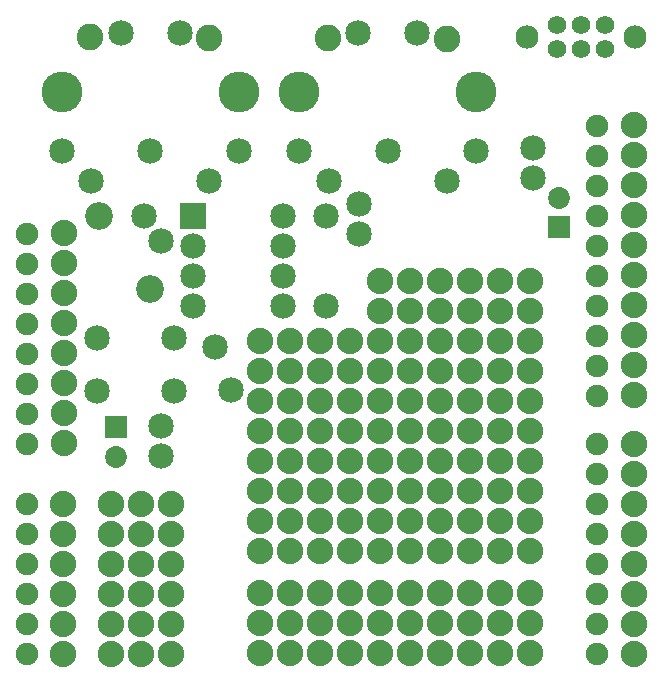
<source format=gbs>
G04 MADE WITH FRITZING*
G04 WWW.FRITZING.ORG*
G04 DOUBLE SIDED*
G04 HOLES PLATED*
G04 CONTOUR ON CENTER OF CONTOUR VECTOR*
%ASAXBY*%
%FSLAX23Y23*%
%MOIN*%
%OFA0B0*%
%SFA1.0B1.0*%
%ADD10C,0.088000*%
%ADD11C,0.085000*%
%ADD12C,0.075278*%
%ADD13C,0.072992*%
%ADD14C,0.061496*%
%ADD15C,0.077244*%
%ADD16C,0.092000*%
%ADD17C,0.088740*%
%ADD18C,0.136000*%
%ADD19R,0.072992X0.072992*%
%ADD20R,0.085000X0.085000*%
%ADD21C,0.030000*%
%LNMASK0*%
G90*
G70*
G54D10*
X1889Y155D03*
X1789Y155D03*
X1689Y155D03*
X1589Y155D03*
X1489Y155D03*
X1389Y155D03*
X1289Y155D03*
X1189Y155D03*
X1089Y155D03*
X989Y155D03*
X1889Y255D03*
X1789Y255D03*
X1689Y255D03*
X1589Y255D03*
X1489Y255D03*
X1389Y255D03*
X1289Y255D03*
X1189Y255D03*
X1089Y255D03*
X989Y255D03*
X1889Y355D03*
X1789Y355D03*
X1689Y355D03*
X1589Y355D03*
X1489Y355D03*
X1389Y355D03*
X1289Y355D03*
X1189Y355D03*
X1089Y355D03*
X989Y355D03*
X989Y1194D03*
X989Y1094D03*
X989Y994D03*
X989Y894D03*
X989Y794D03*
X989Y694D03*
X989Y594D03*
X989Y494D03*
X1189Y1194D03*
X1189Y1094D03*
X1189Y994D03*
X1189Y894D03*
X1189Y794D03*
X1189Y694D03*
X1189Y594D03*
X1189Y494D03*
X1089Y1194D03*
X1089Y1094D03*
X1089Y994D03*
X1089Y894D03*
X1089Y794D03*
X1089Y694D03*
X1089Y594D03*
X1089Y494D03*
X1289Y1194D03*
X1289Y1094D03*
X1289Y994D03*
X1289Y894D03*
X1289Y794D03*
X1289Y694D03*
X1289Y594D03*
X1289Y494D03*
X693Y649D03*
X693Y549D03*
X693Y449D03*
X693Y349D03*
X693Y249D03*
X693Y149D03*
X593Y649D03*
X593Y549D03*
X593Y449D03*
X593Y349D03*
X593Y249D03*
X593Y149D03*
X1789Y1394D03*
X1789Y1294D03*
X1789Y1194D03*
X1789Y1094D03*
X1789Y994D03*
X1789Y894D03*
X1789Y794D03*
X1789Y694D03*
X1789Y594D03*
X1789Y494D03*
X1889Y1394D03*
X1889Y1294D03*
X1889Y1194D03*
X1889Y1094D03*
X1889Y994D03*
X1889Y894D03*
X1889Y794D03*
X1889Y694D03*
X1889Y594D03*
X1889Y494D03*
X1389Y1394D03*
X1389Y1294D03*
X1389Y1194D03*
X1389Y1094D03*
X1389Y994D03*
X1389Y894D03*
X1389Y794D03*
X1389Y694D03*
X1389Y594D03*
X1389Y494D03*
X1489Y1394D03*
X1489Y1294D03*
X1489Y1194D03*
X1489Y1094D03*
X1489Y994D03*
X1489Y894D03*
X1489Y794D03*
X1489Y694D03*
X1489Y594D03*
X1489Y494D03*
X1689Y1394D03*
X1689Y1294D03*
X1689Y1194D03*
X1689Y1094D03*
X1689Y994D03*
X1689Y894D03*
X1689Y794D03*
X1689Y694D03*
X1689Y594D03*
X1689Y494D03*
X1589Y1394D03*
X1589Y1294D03*
X1589Y1194D03*
X1589Y1094D03*
X1589Y994D03*
X1589Y894D03*
X1589Y794D03*
X1589Y694D03*
X1589Y594D03*
X1589Y494D03*
G54D11*
X839Y1175D03*
X891Y1031D03*
G54D10*
X493Y149D03*
X493Y249D03*
X493Y349D03*
X493Y449D03*
X493Y549D03*
X493Y649D03*
G54D12*
X212Y551D03*
X212Y451D03*
X212Y351D03*
X212Y251D03*
X212Y151D03*
X2112Y1011D03*
X2112Y1111D03*
X2112Y1211D03*
X2112Y1311D03*
X2112Y1411D03*
X2112Y1511D03*
X2112Y1611D03*
X2112Y1711D03*
X2112Y1811D03*
X2112Y1911D03*
X2112Y151D03*
X2112Y251D03*
X2112Y351D03*
X2112Y451D03*
X2112Y551D03*
X2112Y651D03*
X2112Y751D03*
X2112Y851D03*
X212Y1451D03*
X212Y1551D03*
X212Y1351D03*
X212Y1251D03*
X212Y1151D03*
X212Y1051D03*
X212Y951D03*
X212Y851D03*
X212Y651D03*
G54D13*
X1985Y1573D03*
X1985Y1671D03*
X508Y906D03*
X508Y808D03*
G54D11*
X445Y1203D03*
X701Y1203D03*
X445Y1026D03*
X701Y1026D03*
G54D14*
X1979Y2247D03*
X1979Y2168D03*
X2058Y2247D03*
X2058Y2168D03*
X2137Y2247D03*
X2137Y2168D03*
G54D15*
X2239Y2208D03*
X1877Y2208D03*
G54D11*
X1208Y1610D03*
X1208Y1310D03*
G54D16*
X452Y1612D03*
X622Y1368D03*
G54D17*
X1611Y2200D03*
X819Y2204D03*
X1214Y2204D03*
X422Y2208D03*
G54D10*
X333Y150D03*
X333Y250D03*
X333Y350D03*
X333Y450D03*
X333Y550D03*
X333Y650D03*
X2235Y1015D03*
X2235Y1115D03*
X2235Y1215D03*
X2235Y1315D03*
X2235Y1415D03*
X2235Y1515D03*
X2235Y1615D03*
X2235Y1715D03*
X2235Y1815D03*
X2235Y1915D03*
X2235Y149D03*
X2235Y249D03*
X2235Y349D03*
X2235Y449D03*
X2235Y549D03*
X2235Y649D03*
X2235Y749D03*
X2235Y849D03*
X334Y853D03*
X334Y953D03*
X334Y1053D03*
X334Y1153D03*
X334Y1253D03*
X334Y1353D03*
X334Y1453D03*
X334Y1553D03*
G54D11*
X918Y1826D03*
X819Y1727D03*
X622Y1826D03*
X425Y1727D03*
X327Y1826D03*
X721Y2219D03*
G54D18*
X327Y2023D03*
X918Y2023D03*
G54D11*
X524Y2219D03*
X1710Y1826D03*
X1611Y1728D03*
X1414Y1826D03*
X1217Y1728D03*
X1119Y1826D03*
X1513Y2220D03*
G54D18*
X1119Y2023D03*
X1710Y2023D03*
G54D11*
X1316Y2220D03*
X765Y1612D03*
X1065Y1612D03*
X765Y1512D03*
X1065Y1512D03*
X765Y1412D03*
X1065Y1412D03*
X765Y1312D03*
X1065Y1312D03*
X603Y1610D03*
X660Y1528D03*
X659Y909D03*
X659Y809D03*
X1899Y1836D03*
X1899Y1736D03*
X1320Y1651D03*
X1320Y1551D03*
G54D19*
X1985Y1573D03*
X507Y906D03*
G54D20*
X765Y1612D03*
G54D21*
G36*
X494Y1605D02*
X444Y1570D01*
X408Y1621D01*
X459Y1656D01*
X494Y1605D01*
G37*
D02*
G04 End of Mask0*
M02*
</source>
